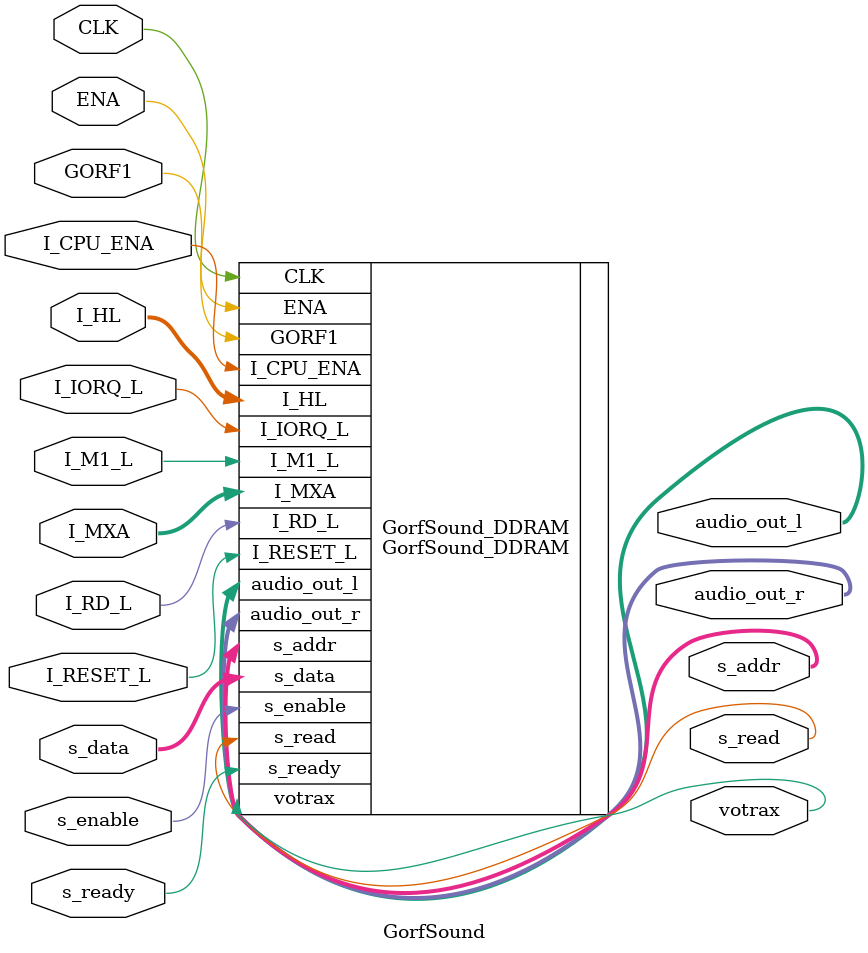
<source format=sv>

module GorfSound
(
   input            GORF1,
   input  [15:0] 	I_MXA,

   input            s_enable,
   output [23:0] 	s_addr,
   input  [15:0] 	s_data,
	output			s_read,
	input           s_ready,

   output [15:0] 	audio_out_l,
   output [15:0] 	audio_out_r,
	output         	votrax,

   input            I_RESET_L,
   input            I_M1_L,
   input            I_RD_L,
   input            I_IORQ_L,
	input [15:0]    I_HL,

   input            I_CPU_ENA,
   input            ENA,
   input            CLK
);


`ifdef MISTER_FB

	// If frame buffer is being used, then samples are in SDRAM

	GorfSound_SDRAM GorfSound_SDRAM
	(
		.GORF1(GORF1),
		.I_MXA(I_MXA),

		.s_enable(s_enable),
		.s_addr(s_addr),
		.s_data(s_data),
		.s_read(s_read),

		.audio_out_l(audio_out_l),
		.audio_out_r(audio_out_r),
		.votrax(votrax),

		.I_RESET_L(I_RESET_L),
		.I_M1_L(I_M1_L),
		.I_RD_L(I_RD_L),
		.I_IORQ_L(I_IORQ_L),
		.I_HL(I_HL),

		.I_CPU_ENA(I_CPU_ENA),
		.ENA(ENA),
		.CLK(CLK)
	);

`else

	// frame buffer not used, then samples are in DDRAM

	GorfSound_DDRAM GorfSound_DDRAM
	(
		.GORF1(GORF1),
		.I_MXA(I_MXA),

		.s_enable(s_enable),
		.s_addr(s_addr),
		.s_data(s_data),
		.s_read(s_read),
		.s_ready(s_ready),

		.audio_out_l(audio_out_l),
		.audio_out_r(audio_out_r),
		.votrax(votrax),

		.I_RESET_L(I_RESET_L),
		.I_M1_L(I_M1_L),
		.I_RD_L(I_RD_L),
		.I_IORQ_L(I_IORQ_L),
		.I_HL(I_HL),

		.I_CPU_ENA(I_CPU_ENA),
		.ENA(ENA),
		.CLK(CLK)
	);

`endif

endmodule

</source>
